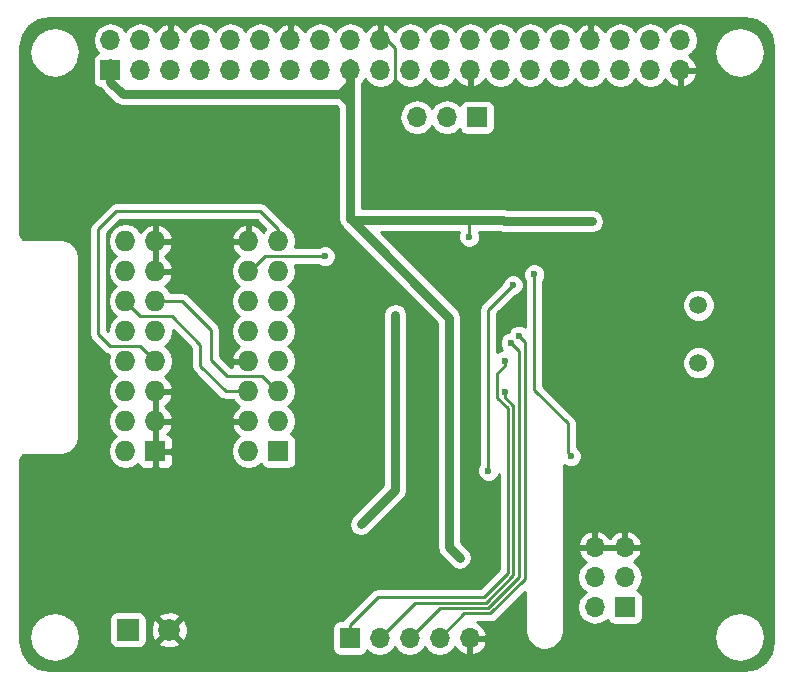
<source format=gbl>
G04 #@! TF.FileFunction,Copper,L2,Bot,Signal*
%FSLAX46Y46*%
G04 Gerber Fmt 4.6, Leading zero omitted, Abs format (unit mm)*
G04 Created by KiCad (PCBNEW 4.0.7-e2-6376~58~ubuntu16.04.1) date Sun May 27 17:23:26 2018*
%MOMM*%
%LPD*%
G01*
G04 APERTURE LIST*
%ADD10C,0.100000*%
%ADD11R,1.700000X1.700000*%
%ADD12O,1.700000X1.700000*%
%ADD13R,1.727200X1.727200*%
%ADD14O,1.727200X1.727200*%
%ADD15C,1.500000*%
%ADD16R,1.849120X1.849120*%
%ADD17C,1.849120*%
%ADD18C,0.600000*%
%ADD19C,0.254000*%
%ADD20C,0.762000*%
G04 APERTURE END LIST*
D10*
D11*
X132715000Y-56515000D03*
D12*
X132715000Y-53975000D03*
X135255000Y-56515000D03*
X135255000Y-53975000D03*
X137795000Y-56515000D03*
X137795000Y-53975000D03*
X140335000Y-56515000D03*
X140335000Y-53975000D03*
X142875000Y-56515000D03*
X142875000Y-53975000D03*
X145415000Y-56515000D03*
X145415000Y-53975000D03*
X147955000Y-56515000D03*
X147955000Y-53975000D03*
X150495000Y-56515000D03*
X150495000Y-53975000D03*
X153035000Y-56515000D03*
X153035000Y-53975000D03*
X155575000Y-56515000D03*
X155575000Y-53975000D03*
X158115000Y-56515000D03*
X158115000Y-53975000D03*
X160655000Y-56515000D03*
X160655000Y-53975000D03*
X163195000Y-56515000D03*
X163195000Y-53975000D03*
X165735000Y-56515000D03*
X165735000Y-53975000D03*
X168275000Y-56515000D03*
X168275000Y-53975000D03*
X170815000Y-56515000D03*
X170815000Y-53975000D03*
X173355000Y-56515000D03*
X173355000Y-53975000D03*
X175895000Y-56515000D03*
X175895000Y-53975000D03*
X178435000Y-56515000D03*
X178435000Y-53975000D03*
X180975000Y-56515000D03*
X180975000Y-53975000D03*
D13*
X136525000Y-88773000D03*
D14*
X133985000Y-88773000D03*
X136525000Y-86233000D03*
X133985000Y-86233000D03*
X136525000Y-83693000D03*
X133985000Y-83693000D03*
X136525000Y-81153000D03*
X133985000Y-81153000D03*
X136525000Y-78613000D03*
X133985000Y-78613000D03*
X136525000Y-76073000D03*
X133985000Y-76073000D03*
X136525000Y-73533000D03*
X133985000Y-73533000D03*
X136525000Y-70993000D03*
X133985000Y-70993000D03*
D13*
X146939000Y-88773000D03*
D14*
X144399000Y-88773000D03*
X146939000Y-86233000D03*
X144399000Y-86233000D03*
X146939000Y-83693000D03*
X144399000Y-83693000D03*
X146939000Y-81153000D03*
X144399000Y-81153000D03*
X146939000Y-78613000D03*
X144399000Y-78613000D03*
X146939000Y-76073000D03*
X144399000Y-76073000D03*
X146939000Y-73533000D03*
X144399000Y-73533000D03*
X146939000Y-70993000D03*
X144399000Y-70993000D03*
D11*
X176276000Y-101981000D03*
D12*
X173736000Y-101981000D03*
X176276000Y-99441000D03*
X173736000Y-99441000D03*
X176276000Y-96901000D03*
X173736000Y-96901000D03*
D15*
X182511700Y-81292700D03*
X182511700Y-76412700D03*
D11*
X163750000Y-60500000D03*
D12*
X161210000Y-60500000D03*
X158670000Y-60500000D03*
D16*
X134204960Y-103900000D03*
D17*
X137700000Y-103900000D03*
D11*
X152980000Y-104600000D03*
D12*
X155520000Y-104600000D03*
X158060000Y-104600000D03*
X160600000Y-104600000D03*
X163140000Y-104600000D03*
D18*
X185900000Y-85800000D03*
X183700000Y-83700000D03*
X185300000Y-79800000D03*
X185300000Y-77900000D03*
X178000000Y-85000000D03*
X152781000Y-90297000D03*
X152908000Y-78613000D03*
X158623000Y-71374000D03*
X161417000Y-81600000D03*
X163100000Y-70600000D03*
X173500000Y-69300000D03*
X162306000Y-97790000D03*
X166800000Y-74700000D03*
X164719000Y-90424000D03*
X150876000Y-72263000D03*
X153932270Y-94967730D03*
X156845000Y-88700000D03*
X156845000Y-77220000D03*
X168600000Y-73800000D03*
X171700000Y-89200000D03*
X167300000Y-79000000D03*
X166600000Y-79600000D03*
X166100000Y-81100000D03*
X166100000Y-83800000D03*
D19*
X155575000Y-53340000D02*
X156845000Y-54610000D01*
X156845000Y-54610000D02*
X156845000Y-60706000D01*
D20*
X161417000Y-96901000D02*
X161417000Y-81600000D01*
X161417000Y-81600000D02*
X161417000Y-79959200D01*
X166042000Y-69300000D02*
X173500000Y-69300000D01*
X163100000Y-69215000D02*
X165957000Y-69215000D01*
X153162000Y-69215000D02*
X163100000Y-69215000D01*
D19*
X163100000Y-69215000D02*
X163100000Y-70600000D01*
X166042000Y-69300000D02*
X165957000Y-69215000D01*
D20*
X153035000Y-69088000D02*
X153035000Y-59309000D01*
X153035000Y-59309000D02*
X153035000Y-55880000D01*
X152146000Y-58547000D02*
X152273000Y-58547000D01*
X152273000Y-58547000D02*
X153035000Y-59309000D01*
X153162000Y-69215000D02*
X153035000Y-69088000D01*
X152146000Y-58547000D02*
X153035000Y-57658000D01*
X153035000Y-57658000D02*
X153035000Y-55880000D01*
X133770000Y-58547000D02*
X152146000Y-58547000D01*
X132715000Y-55880000D02*
X132715000Y-57492000D01*
X132715000Y-57492000D02*
X133770000Y-58547000D01*
X161417000Y-79959200D02*
X161417000Y-77470000D01*
X161417000Y-77470000D02*
X153162000Y-69215000D01*
X162306000Y-97790000D02*
X161417000Y-96901000D01*
D19*
X164719000Y-80871000D02*
X164719000Y-76781000D01*
X164719000Y-76781000D02*
X166800000Y-74700000D01*
X164719000Y-90424000D02*
X164719000Y-80871000D01*
X146939000Y-70993000D02*
X146939000Y-69977000D01*
X135255000Y-79883000D02*
X136525000Y-81153000D01*
X132715000Y-79883000D02*
X135255000Y-79883000D01*
X131699000Y-78867000D02*
X132715000Y-79883000D01*
X131699000Y-69977000D02*
X131699000Y-78867000D01*
X133223000Y-68453000D02*
X131699000Y-69977000D01*
X145415000Y-68453000D02*
X133223000Y-68453000D01*
X146939000Y-69977000D02*
X145415000Y-68453000D01*
X146939000Y-83693000D02*
X146812000Y-83693000D01*
X146812000Y-83693000D02*
X145542000Y-82423000D01*
X145542000Y-82423000D02*
X142621000Y-82423000D01*
X142621000Y-82423000D02*
X141224000Y-81026000D01*
X141224000Y-81026000D02*
X141224000Y-78486000D01*
X141224000Y-78486000D02*
X138811000Y-76073000D01*
X138811000Y-76073000D02*
X136525000Y-76073000D01*
X144399000Y-83693000D02*
X142494000Y-83693000D01*
X135255000Y-77343000D02*
X133985000Y-76073000D01*
X137922000Y-77343000D02*
X135255000Y-77343000D01*
X140335000Y-79756000D02*
X137922000Y-77343000D01*
X140335000Y-81534000D02*
X140335000Y-79756000D01*
X142494000Y-83693000D02*
X140335000Y-81534000D01*
X145796000Y-72263000D02*
X144526000Y-73533000D01*
X150876000Y-72263000D02*
X145796000Y-72263000D01*
X144526000Y-73533000D02*
X144399000Y-73533000D01*
D20*
X156845000Y-88700000D02*
X156845000Y-92055000D01*
X156845000Y-77220000D02*
X156845000Y-88700000D01*
X156845000Y-92055000D02*
X153932270Y-94967730D01*
D19*
X168620000Y-75890000D02*
X168620000Y-73820000D01*
X168620000Y-73820000D02*
X168600000Y-73800000D01*
X171440000Y-86430000D02*
X171440000Y-88940000D01*
X171440000Y-88940000D02*
X171700000Y-89200000D01*
X171440000Y-86430000D02*
X168620000Y-83610000D01*
X168620000Y-83610000D02*
X168620000Y-75890000D01*
X167800000Y-99600000D02*
X167800000Y-79600000D01*
X167300000Y-79000000D02*
X167800000Y-79500000D01*
X167800000Y-79500000D02*
X167800000Y-79600000D01*
X160600000Y-104600000D02*
X162700000Y-102500000D01*
X162700000Y-102500000D02*
X164900000Y-102500000D01*
X164900000Y-102500000D02*
X167800000Y-99600000D01*
X167300000Y-80500000D02*
X167300000Y-99453408D01*
X167300000Y-80300000D02*
X167300000Y-80500000D01*
X166600000Y-79600000D02*
X167300000Y-80300000D01*
X167300000Y-99453408D02*
X164710618Y-102042790D01*
X164710618Y-102042790D02*
X160617210Y-102042790D01*
X160617210Y-102042790D02*
X158909999Y-103750001D01*
X158909999Y-103750001D02*
X158060000Y-104600000D01*
X164325038Y-101128370D02*
X155347630Y-101128370D01*
X155347630Y-101128370D02*
X152980000Y-103496000D01*
X152980000Y-103496000D02*
X152980000Y-104600000D01*
X166385580Y-99067828D02*
X164325038Y-101128370D01*
X166385580Y-85156436D02*
X166385580Y-99067828D01*
X166100000Y-81100000D02*
X166100000Y-81524264D01*
X166100000Y-81524264D02*
X165469799Y-82154465D01*
X165469799Y-82154465D02*
X165469799Y-84240655D01*
X165469799Y-84240655D02*
X166385580Y-85156436D01*
X164514420Y-101585580D02*
X158534420Y-101585580D01*
X158534420Y-101585580D02*
X155520000Y-104600000D01*
X166842790Y-84967054D02*
X166842790Y-99257210D01*
X166842790Y-99257210D02*
X164514420Y-101585580D01*
X166100000Y-83800000D02*
X166100000Y-84224264D01*
X166100000Y-84224264D02*
X166842790Y-84967054D01*
G36*
X187358336Y-52281228D02*
X188119906Y-52790094D01*
X188628772Y-53551666D01*
X188820000Y-54513037D01*
X188820000Y-104886963D01*
X188628772Y-105848334D01*
X188119906Y-106609906D01*
X187358336Y-107118772D01*
X186396963Y-107310000D01*
X127523037Y-107310000D01*
X126561666Y-107118772D01*
X125800094Y-106609906D01*
X125291228Y-105848336D01*
X125100000Y-104886963D01*
X125100000Y-104500000D01*
X125860000Y-104500000D01*
X126022898Y-105318943D01*
X126486791Y-106013209D01*
X127181057Y-106477102D01*
X128000000Y-106640000D01*
X128818943Y-106477102D01*
X129513209Y-106013209D01*
X129977102Y-105318943D01*
X130140000Y-104500000D01*
X129977102Y-103681057D01*
X129513209Y-102986791D01*
X129496222Y-102975440D01*
X132632960Y-102975440D01*
X132632960Y-104824560D01*
X132677238Y-105059877D01*
X132816310Y-105276001D01*
X133028510Y-105420991D01*
X133280400Y-105472000D01*
X135129520Y-105472000D01*
X135364837Y-105427722D01*
X135580961Y-105288650D01*
X135725951Y-105076450D01*
X135741850Y-104997938D01*
X136781667Y-104997938D01*
X136871086Y-105256968D01*
X137453472Y-105470887D01*
X138073391Y-105445652D01*
X138528914Y-105256968D01*
X138618333Y-104997938D01*
X137700000Y-104079605D01*
X136781667Y-104997938D01*
X135741850Y-104997938D01*
X135776960Y-104824560D01*
X135776960Y-103653472D01*
X136129113Y-103653472D01*
X136154348Y-104273391D01*
X136343032Y-104728914D01*
X136602062Y-104818333D01*
X137520395Y-103900000D01*
X137879605Y-103900000D01*
X138797938Y-104818333D01*
X139056968Y-104728914D01*
X139270887Y-104146528D01*
X139254746Y-103750000D01*
X151482560Y-103750000D01*
X151482560Y-105450000D01*
X151526838Y-105685317D01*
X151665910Y-105901441D01*
X151878110Y-106046431D01*
X152130000Y-106097440D01*
X153830000Y-106097440D01*
X154065317Y-106053162D01*
X154281441Y-105914090D01*
X154426431Y-105701890D01*
X154440086Y-105634459D01*
X154469946Y-105679147D01*
X154951715Y-106001054D01*
X155520000Y-106114093D01*
X156088285Y-106001054D01*
X156570054Y-105679147D01*
X156790000Y-105349974D01*
X157009946Y-105679147D01*
X157491715Y-106001054D01*
X158060000Y-106114093D01*
X158628285Y-106001054D01*
X159110054Y-105679147D01*
X159330000Y-105349974D01*
X159549946Y-105679147D01*
X160031715Y-106001054D01*
X160600000Y-106114093D01*
X161168285Y-106001054D01*
X161650054Y-105679147D01*
X161877702Y-105338447D01*
X161944817Y-105481358D01*
X162373076Y-105871645D01*
X162783110Y-106041476D01*
X163013000Y-105920155D01*
X163013000Y-104727000D01*
X163267000Y-104727000D01*
X163267000Y-105920155D01*
X163496890Y-106041476D01*
X163906924Y-105871645D01*
X164335183Y-105481358D01*
X164581486Y-104956892D01*
X164460819Y-104727000D01*
X163267000Y-104727000D01*
X163013000Y-104727000D01*
X162993000Y-104727000D01*
X162993000Y-104473000D01*
X163013000Y-104473000D01*
X163013000Y-104453000D01*
X163267000Y-104453000D01*
X163267000Y-104473000D01*
X164460819Y-104473000D01*
X164581486Y-104243108D01*
X164335183Y-103718642D01*
X163906924Y-103328355D01*
X163746719Y-103262000D01*
X164900000Y-103262000D01*
X165191605Y-103203996D01*
X165438815Y-103038815D01*
X167820000Y-100657631D01*
X167820000Y-103950000D01*
X167832297Y-104011822D01*
X167832297Y-104074857D01*
X167908417Y-104457540D01*
X167955375Y-104570907D01*
X168003979Y-104688248D01*
X168220752Y-105012671D01*
X168220753Y-105012672D01*
X168397328Y-105189248D01*
X168721752Y-105406021D01*
X168817314Y-105445604D01*
X168952460Y-105501583D01*
X169335143Y-105577703D01*
X169584857Y-105577703D01*
X169967540Y-105501583D01*
X170102686Y-105445604D01*
X170198248Y-105406021D01*
X170522671Y-105189248D01*
X170699247Y-105012673D01*
X170699248Y-105012672D01*
X170916021Y-104688248D01*
X170964625Y-104570907D01*
X170993995Y-104500000D01*
X183860000Y-104500000D01*
X184022898Y-105318943D01*
X184486791Y-106013209D01*
X185181057Y-106477102D01*
X186000000Y-106640000D01*
X186818943Y-106477102D01*
X187513209Y-106013209D01*
X187977102Y-105318943D01*
X188140000Y-104500000D01*
X187977102Y-103681057D01*
X187513209Y-102986791D01*
X186818943Y-102522898D01*
X186000000Y-102360000D01*
X185181057Y-102522898D01*
X184486791Y-102986791D01*
X184022898Y-103681057D01*
X183860000Y-104500000D01*
X170993995Y-104500000D01*
X171011583Y-104457540D01*
X171087703Y-104074857D01*
X171087703Y-104011822D01*
X171100000Y-103950000D01*
X171100000Y-99441000D01*
X172221907Y-99441000D01*
X172334946Y-100009285D01*
X172656853Y-100491054D01*
X172986026Y-100711000D01*
X172656853Y-100930946D01*
X172334946Y-101412715D01*
X172221907Y-101981000D01*
X172334946Y-102549285D01*
X172656853Y-103031054D01*
X173138622Y-103352961D01*
X173706907Y-103466000D01*
X173765093Y-103466000D01*
X174333378Y-103352961D01*
X174815147Y-103031054D01*
X174815971Y-103029821D01*
X174822838Y-103066317D01*
X174961910Y-103282441D01*
X175174110Y-103427431D01*
X175426000Y-103478440D01*
X177126000Y-103478440D01*
X177361317Y-103434162D01*
X177577441Y-103295090D01*
X177722431Y-103082890D01*
X177773440Y-102831000D01*
X177773440Y-101131000D01*
X177729162Y-100895683D01*
X177590090Y-100679559D01*
X177377890Y-100534569D01*
X177310459Y-100520914D01*
X177355147Y-100491054D01*
X177677054Y-100009285D01*
X177790093Y-99441000D01*
X177677054Y-98872715D01*
X177355147Y-98390946D01*
X177014447Y-98163298D01*
X177157358Y-98096183D01*
X177547645Y-97667924D01*
X177717476Y-97257890D01*
X177596155Y-97028000D01*
X176403000Y-97028000D01*
X176403000Y-97048000D01*
X176149000Y-97048000D01*
X176149000Y-97028000D01*
X173863000Y-97028000D01*
X173863000Y-97048000D01*
X173609000Y-97048000D01*
X173609000Y-97028000D01*
X172415845Y-97028000D01*
X172294524Y-97257890D01*
X172464355Y-97667924D01*
X172854642Y-98096183D01*
X172997553Y-98163298D01*
X172656853Y-98390946D01*
X172334946Y-98872715D01*
X172221907Y-99441000D01*
X171100000Y-99441000D01*
X171100000Y-96544110D01*
X172294524Y-96544110D01*
X172415845Y-96774000D01*
X173609000Y-96774000D01*
X173609000Y-95580181D01*
X173863000Y-95580181D01*
X173863000Y-96774000D01*
X176149000Y-96774000D01*
X176149000Y-95580181D01*
X176403000Y-95580181D01*
X176403000Y-96774000D01*
X177596155Y-96774000D01*
X177717476Y-96544110D01*
X177547645Y-96134076D01*
X177157358Y-95705817D01*
X176632892Y-95459514D01*
X176403000Y-95580181D01*
X176149000Y-95580181D01*
X175919108Y-95459514D01*
X175394642Y-95705817D01*
X175006000Y-96132271D01*
X174617358Y-95705817D01*
X174092892Y-95459514D01*
X173863000Y-95580181D01*
X173609000Y-95580181D01*
X173379108Y-95459514D01*
X172854642Y-95705817D01*
X172464355Y-96134076D01*
X172294524Y-96544110D01*
X171100000Y-96544110D01*
X171100000Y-89922397D01*
X171169673Y-89992192D01*
X171513201Y-90134838D01*
X171885167Y-90135162D01*
X172228943Y-89993117D01*
X172492192Y-89730327D01*
X172634838Y-89386799D01*
X172635162Y-89014833D01*
X172493117Y-88671057D01*
X172230327Y-88407808D01*
X172202000Y-88396046D01*
X172202000Y-86430000D01*
X172143996Y-86138395D01*
X171997024Y-85918436D01*
X171978815Y-85891184D01*
X169382000Y-83294370D01*
X169382000Y-81566985D01*
X181126460Y-81566985D01*
X181336869Y-82076215D01*
X181726136Y-82466161D01*
X182234998Y-82677459D01*
X182785985Y-82677940D01*
X183295215Y-82467531D01*
X183685161Y-82078264D01*
X183896459Y-81569402D01*
X183896940Y-81018415D01*
X183686531Y-80509185D01*
X183297264Y-80119239D01*
X182788402Y-79907941D01*
X182237415Y-79907460D01*
X181728185Y-80117869D01*
X181338239Y-80507136D01*
X181126941Y-81015998D01*
X181126460Y-81566985D01*
X169382000Y-81566985D01*
X169382000Y-76686985D01*
X181126460Y-76686985D01*
X181336869Y-77196215D01*
X181726136Y-77586161D01*
X182234998Y-77797459D01*
X182785985Y-77797940D01*
X183295215Y-77587531D01*
X183685161Y-77198264D01*
X183896459Y-76689402D01*
X183896940Y-76138415D01*
X183686531Y-75629185D01*
X183297264Y-75239239D01*
X182788402Y-75027941D01*
X182237415Y-75027460D01*
X181728185Y-75237869D01*
X181338239Y-75627136D01*
X181126941Y-76135998D01*
X181126460Y-76686985D01*
X169382000Y-76686985D01*
X169382000Y-74340501D01*
X169392192Y-74330327D01*
X169534838Y-73986799D01*
X169535162Y-73614833D01*
X169393117Y-73271057D01*
X169130327Y-73007808D01*
X168786799Y-72865162D01*
X168414833Y-72864838D01*
X168071057Y-73006883D01*
X167807808Y-73269673D01*
X167665162Y-73613201D01*
X167664838Y-73985167D01*
X167806883Y-74328943D01*
X167858000Y-74380149D01*
X167858000Y-78235529D01*
X167830327Y-78207808D01*
X167486799Y-78065162D01*
X167114833Y-78064838D01*
X166771057Y-78206883D01*
X166507808Y-78469673D01*
X166426764Y-78664848D01*
X166414833Y-78664838D01*
X166071057Y-78806883D01*
X165807808Y-79069673D01*
X165665162Y-79413201D01*
X165664838Y-79785167D01*
X165806883Y-80128943D01*
X165863775Y-80185935D01*
X165571057Y-80306883D01*
X165481000Y-80396783D01*
X165481000Y-77096630D01*
X166942506Y-75635125D01*
X166985167Y-75635162D01*
X167328943Y-75493117D01*
X167592192Y-75230327D01*
X167734838Y-74886799D01*
X167735162Y-74514833D01*
X167593117Y-74171057D01*
X167330327Y-73907808D01*
X166986799Y-73765162D01*
X166614833Y-73764838D01*
X166271057Y-73906883D01*
X166007808Y-74169673D01*
X165865162Y-74513201D01*
X165865124Y-74557246D01*
X164180185Y-76242185D01*
X164015004Y-76489395D01*
X163957000Y-76781000D01*
X163957000Y-89863534D01*
X163926808Y-89893673D01*
X163784162Y-90237201D01*
X163783838Y-90609167D01*
X163925883Y-90952943D01*
X164188673Y-91216192D01*
X164532201Y-91358838D01*
X164904167Y-91359162D01*
X165247943Y-91217117D01*
X165511192Y-90954327D01*
X165623580Y-90683668D01*
X165623580Y-98752197D01*
X164009408Y-100366370D01*
X155347630Y-100366370D01*
X155056025Y-100424374D01*
X154808814Y-100589555D01*
X152441185Y-102957185D01*
X152344048Y-103102560D01*
X152130000Y-103102560D01*
X151894683Y-103146838D01*
X151678559Y-103285910D01*
X151533569Y-103498110D01*
X151482560Y-103750000D01*
X139254746Y-103750000D01*
X139245652Y-103526609D01*
X139056968Y-103071086D01*
X138797938Y-102981667D01*
X137879605Y-103900000D01*
X137520395Y-103900000D01*
X136602062Y-102981667D01*
X136343032Y-103071086D01*
X136129113Y-103653472D01*
X135776960Y-103653472D01*
X135776960Y-102975440D01*
X135744337Y-102802062D01*
X136781667Y-102802062D01*
X137700000Y-103720395D01*
X138618333Y-102802062D01*
X138528914Y-102543032D01*
X137946528Y-102329113D01*
X137326609Y-102354348D01*
X136871086Y-102543032D01*
X136781667Y-102802062D01*
X135744337Y-102802062D01*
X135732682Y-102740123D01*
X135593610Y-102523999D01*
X135381410Y-102379009D01*
X135129520Y-102328000D01*
X133280400Y-102328000D01*
X133045083Y-102372278D01*
X132828959Y-102511350D01*
X132683969Y-102723550D01*
X132632960Y-102975440D01*
X129496222Y-102975440D01*
X128818943Y-102522898D01*
X128000000Y-102360000D01*
X127181057Y-102522898D01*
X126486791Y-102986791D01*
X126022898Y-103681057D01*
X125860000Y-104500000D01*
X125100000Y-104500000D01*
X125100000Y-94967730D01*
X152916271Y-94967730D01*
X152993608Y-95356537D01*
X153213850Y-95686150D01*
X153543463Y-95906392D01*
X153932270Y-95983729D01*
X154321077Y-95906392D01*
X154650690Y-95686150D01*
X157563420Y-92773421D01*
X157783661Y-92443807D01*
X157783662Y-92443806D01*
X157861000Y-92055000D01*
X157861000Y-77220000D01*
X157783662Y-76831194D01*
X157563420Y-76501580D01*
X157233806Y-76281338D01*
X156845000Y-76204000D01*
X156456194Y-76281338D01*
X156126580Y-76501580D01*
X155906338Y-76831194D01*
X155829000Y-77220000D01*
X155829000Y-91634159D01*
X153213850Y-94249310D01*
X152993608Y-94578923D01*
X152916271Y-94967730D01*
X125100000Y-94967730D01*
X125100000Y-89513035D01*
X125138987Y-89317033D01*
X125214308Y-89204307D01*
X125327032Y-89128987D01*
X125523035Y-89090000D01*
X128460000Y-89090000D01*
X128521822Y-89077703D01*
X128584857Y-89077703D01*
X128967540Y-89001583D01*
X129110278Y-88942459D01*
X129198248Y-88906021D01*
X129522671Y-88689248D01*
X129699247Y-88512673D01*
X129699248Y-88512672D01*
X129916021Y-88188248D01*
X129962988Y-88074858D01*
X130011583Y-87957540D01*
X130087703Y-87574857D01*
X130087703Y-87511822D01*
X130100000Y-87450000D01*
X130100000Y-72450000D01*
X130087703Y-72388178D01*
X130087703Y-72325143D01*
X130011583Y-71942460D01*
X129946282Y-71784809D01*
X129916021Y-71711752D01*
X129699248Y-71387328D01*
X129522672Y-71210753D01*
X129522671Y-71210752D01*
X129198248Y-70993979D01*
X129102686Y-70954396D01*
X128967540Y-70898417D01*
X128584857Y-70822297D01*
X128521822Y-70822297D01*
X128460000Y-70810000D01*
X125523035Y-70810000D01*
X125327032Y-70771013D01*
X125214308Y-70695693D01*
X125138987Y-70582967D01*
X125100000Y-70386965D01*
X125100000Y-69977000D01*
X130937000Y-69977000D01*
X130937000Y-78867000D01*
X130995004Y-79158605D01*
X131119005Y-79344185D01*
X131160185Y-79405815D01*
X132176185Y-80421815D01*
X132423395Y-80586996D01*
X132586685Y-80619476D01*
X132486400Y-81123641D01*
X132486400Y-81182359D01*
X132600474Y-81755848D01*
X132925330Y-82242029D01*
X133196172Y-82423000D01*
X132925330Y-82603971D01*
X132600474Y-83090152D01*
X132486400Y-83663641D01*
X132486400Y-83722359D01*
X132600474Y-84295848D01*
X132925330Y-84782029D01*
X133196172Y-84963000D01*
X132925330Y-85143971D01*
X132600474Y-85630152D01*
X132486400Y-86203641D01*
X132486400Y-86262359D01*
X132600474Y-86835848D01*
X132925330Y-87322029D01*
X133196172Y-87503000D01*
X132925330Y-87683971D01*
X132600474Y-88170152D01*
X132486400Y-88743641D01*
X132486400Y-88802359D01*
X132600474Y-89375848D01*
X132925330Y-89862029D01*
X133411511Y-90186885D01*
X133985000Y-90300959D01*
X134558489Y-90186885D01*
X135044670Y-89862029D01*
X135058737Y-89840977D01*
X135123073Y-89996298D01*
X135301701Y-90174927D01*
X135535090Y-90271600D01*
X136239250Y-90271600D01*
X136398000Y-90112850D01*
X136398000Y-88900000D01*
X136652000Y-88900000D01*
X136652000Y-90112850D01*
X136810750Y-90271600D01*
X137514910Y-90271600D01*
X137748299Y-90174927D01*
X137926927Y-89996298D01*
X138023600Y-89762909D01*
X138023600Y-89058750D01*
X137864850Y-88900000D01*
X136652000Y-88900000D01*
X136398000Y-88900000D01*
X136378000Y-88900000D01*
X136378000Y-88646000D01*
X136398000Y-88646000D01*
X136398000Y-86360000D01*
X136652000Y-86360000D01*
X136652000Y-88646000D01*
X137864850Y-88646000D01*
X138023600Y-88487250D01*
X138023600Y-87783091D01*
X137926927Y-87549702D01*
X137748299Y-87371073D01*
X137548881Y-87288471D01*
X137731821Y-87121490D01*
X137979968Y-86592027D01*
X137859469Y-86360000D01*
X136652000Y-86360000D01*
X136398000Y-86360000D01*
X136378000Y-86360000D01*
X136378000Y-86106000D01*
X136398000Y-86106000D01*
X136398000Y-83820000D01*
X136652000Y-83820000D01*
X136652000Y-86106000D01*
X137859469Y-86106000D01*
X137979968Y-85873973D01*
X137731821Y-85344510D01*
X137313848Y-84963000D01*
X137731821Y-84581490D01*
X137979968Y-84052027D01*
X137859469Y-83820000D01*
X136652000Y-83820000D01*
X136398000Y-83820000D01*
X136378000Y-83820000D01*
X136378000Y-83566000D01*
X136398000Y-83566000D01*
X136398000Y-83546000D01*
X136652000Y-83546000D01*
X136652000Y-83566000D01*
X137859469Y-83566000D01*
X137979968Y-83333973D01*
X137731821Y-82804510D01*
X137313839Y-82422992D01*
X137584670Y-82242029D01*
X137909526Y-81755848D01*
X138023600Y-81182359D01*
X138023600Y-81123641D01*
X137909526Y-80550152D01*
X137584670Y-80063971D01*
X137313828Y-79883000D01*
X137584670Y-79702029D01*
X137909526Y-79215848D01*
X138023600Y-78642359D01*
X138023600Y-78583641D01*
X138008352Y-78506982D01*
X139573000Y-80071631D01*
X139573000Y-81534000D01*
X139631004Y-81825605D01*
X139771026Y-82035162D01*
X139796185Y-82072815D01*
X141955185Y-84231815D01*
X142202395Y-84396996D01*
X142494000Y-84455000D01*
X143120816Y-84455000D01*
X143339330Y-84782029D01*
X143610161Y-84962992D01*
X143192179Y-85344510D01*
X142944032Y-85873973D01*
X143064531Y-86106000D01*
X144272000Y-86106000D01*
X144272000Y-86086000D01*
X144526000Y-86086000D01*
X144526000Y-86106000D01*
X144546000Y-86106000D01*
X144546000Y-86360000D01*
X144526000Y-86360000D01*
X144526000Y-86380000D01*
X144272000Y-86380000D01*
X144272000Y-86360000D01*
X143064531Y-86360000D01*
X142944032Y-86592027D01*
X143192179Y-87121490D01*
X143610161Y-87503008D01*
X143339330Y-87683971D01*
X143014474Y-88170152D01*
X142900400Y-88743641D01*
X142900400Y-88802359D01*
X143014474Y-89375848D01*
X143339330Y-89862029D01*
X143825511Y-90186885D01*
X144399000Y-90300959D01*
X144972489Y-90186885D01*
X145458670Y-89862029D01*
X145467805Y-89848358D01*
X145472238Y-89871917D01*
X145611310Y-90088041D01*
X145823510Y-90233031D01*
X146075400Y-90284040D01*
X147802600Y-90284040D01*
X148037917Y-90239762D01*
X148254041Y-90100690D01*
X148399031Y-89888490D01*
X148450040Y-89636600D01*
X148450040Y-87909400D01*
X148405762Y-87674083D01*
X148266690Y-87457959D01*
X148054490Y-87312969D01*
X148010655Y-87304092D01*
X148323526Y-86835848D01*
X148437600Y-86262359D01*
X148437600Y-86203641D01*
X148323526Y-85630152D01*
X147998670Y-85143971D01*
X147727828Y-84963000D01*
X147998670Y-84782029D01*
X148323526Y-84295848D01*
X148437600Y-83722359D01*
X148437600Y-83663641D01*
X148323526Y-83090152D01*
X147998670Y-82603971D01*
X147727828Y-82423000D01*
X147998670Y-82242029D01*
X148323526Y-81755848D01*
X148437600Y-81182359D01*
X148437600Y-81123641D01*
X148323526Y-80550152D01*
X147998670Y-80063971D01*
X147727828Y-79883000D01*
X147998670Y-79702029D01*
X148323526Y-79215848D01*
X148437600Y-78642359D01*
X148437600Y-78583641D01*
X148323526Y-78010152D01*
X147998670Y-77523971D01*
X147727828Y-77343000D01*
X147998670Y-77162029D01*
X148323526Y-76675848D01*
X148437600Y-76102359D01*
X148437600Y-76043641D01*
X148323526Y-75470152D01*
X147998670Y-74983971D01*
X147727828Y-74803000D01*
X147998670Y-74622029D01*
X148323526Y-74135848D01*
X148437600Y-73562359D01*
X148437600Y-73503641D01*
X148342392Y-73025000D01*
X150315534Y-73025000D01*
X150345673Y-73055192D01*
X150689201Y-73197838D01*
X151061167Y-73198162D01*
X151404943Y-73056117D01*
X151668192Y-72793327D01*
X151810838Y-72449799D01*
X151811162Y-72077833D01*
X151669117Y-71734057D01*
X151406327Y-71470808D01*
X151062799Y-71328162D01*
X150690833Y-71327838D01*
X150347057Y-71469883D01*
X150315886Y-71501000D01*
X148342392Y-71501000D01*
X148437600Y-71022359D01*
X148437600Y-70963641D01*
X148323526Y-70390152D01*
X147998670Y-69903971D01*
X147619967Y-69650929D01*
X147477815Y-69438184D01*
X145953815Y-67914185D01*
X145706605Y-67749004D01*
X145415000Y-67691000D01*
X133223000Y-67691000D01*
X132931395Y-67749004D01*
X132684184Y-67914185D01*
X131160186Y-69438184D01*
X131160185Y-69438185D01*
X130995004Y-69685395D01*
X130937000Y-69977000D01*
X125100000Y-69977000D01*
X125100000Y-55000000D01*
X125860000Y-55000000D01*
X126022898Y-55818943D01*
X126486791Y-56513209D01*
X127181057Y-56977102D01*
X128000000Y-57140000D01*
X128818943Y-56977102D01*
X129513209Y-56513209D01*
X129977102Y-55818943D01*
X130007723Y-55665000D01*
X131217560Y-55665000D01*
X131217560Y-57365000D01*
X131261838Y-57600317D01*
X131400910Y-57816441D01*
X131613110Y-57961431D01*
X131864182Y-58012274D01*
X131996580Y-58210420D01*
X133051579Y-59265420D01*
X133250164Y-59398110D01*
X133381194Y-59485662D01*
X133770000Y-59563000D01*
X151852160Y-59563000D01*
X152019000Y-59729841D01*
X152019000Y-69088000D01*
X152083507Y-69412300D01*
X152096338Y-69476807D01*
X152316580Y-69806420D01*
X152443579Y-69933420D01*
X152443582Y-69933422D01*
X160401000Y-77890841D01*
X160401000Y-96901000D01*
X160465507Y-97225300D01*
X160478338Y-97289807D01*
X160698580Y-97619420D01*
X161587580Y-98508421D01*
X161917193Y-98728662D01*
X162306000Y-98805999D01*
X162694807Y-98728662D01*
X163024421Y-98508421D01*
X163244662Y-98178807D01*
X163321999Y-97790000D01*
X163244662Y-97401193D01*
X163024421Y-97071580D01*
X162433000Y-96480160D01*
X162433000Y-77470000D01*
X162355662Y-77081194D01*
X162355662Y-77081193D01*
X162135421Y-76751580D01*
X155614840Y-70231000D01*
X162240819Y-70231000D01*
X162165162Y-70413201D01*
X162164838Y-70785167D01*
X162306883Y-71128943D01*
X162569673Y-71392192D01*
X162913201Y-71534838D01*
X163285167Y-71535162D01*
X163628943Y-71393117D01*
X163892192Y-71130327D01*
X164034838Y-70786799D01*
X164035162Y-70414833D01*
X163959204Y-70231000D01*
X165641727Y-70231000D01*
X165653194Y-70238662D01*
X166042000Y-70316000D01*
X173500000Y-70316000D01*
X173888806Y-70238662D01*
X174218420Y-70018420D01*
X174438662Y-69688806D01*
X174516000Y-69300000D01*
X174438662Y-68911194D01*
X174218420Y-68581580D01*
X173888806Y-68361338D01*
X173500000Y-68284000D01*
X166357273Y-68284000D01*
X166345806Y-68276338D01*
X165957000Y-68199000D01*
X154051000Y-68199000D01*
X154051000Y-60470907D01*
X157185000Y-60470907D01*
X157185000Y-60529093D01*
X157298039Y-61097378D01*
X157619946Y-61579147D01*
X158101715Y-61901054D01*
X158670000Y-62014093D01*
X159238285Y-61901054D01*
X159720054Y-61579147D01*
X159940000Y-61249974D01*
X160159946Y-61579147D01*
X160641715Y-61901054D01*
X161210000Y-62014093D01*
X161778285Y-61901054D01*
X162260054Y-61579147D01*
X162287850Y-61537548D01*
X162296838Y-61585317D01*
X162435910Y-61801441D01*
X162648110Y-61946431D01*
X162900000Y-61997440D01*
X164600000Y-61997440D01*
X164835317Y-61953162D01*
X165051441Y-61814090D01*
X165196431Y-61601890D01*
X165247440Y-61350000D01*
X165247440Y-59650000D01*
X165203162Y-59414683D01*
X165064090Y-59198559D01*
X164851890Y-59053569D01*
X164600000Y-59002560D01*
X162900000Y-59002560D01*
X162664683Y-59046838D01*
X162448559Y-59185910D01*
X162303569Y-59398110D01*
X162289914Y-59465541D01*
X162260054Y-59420853D01*
X161778285Y-59098946D01*
X161210000Y-58985907D01*
X160641715Y-59098946D01*
X160159946Y-59420853D01*
X159940000Y-59750026D01*
X159720054Y-59420853D01*
X159238285Y-59098946D01*
X158670000Y-58985907D01*
X158101715Y-59098946D01*
X157619946Y-59420853D01*
X157298039Y-59902622D01*
X157185000Y-60470907D01*
X154051000Y-60470907D01*
X154051000Y-57616901D01*
X154085054Y-57594147D01*
X154305000Y-57264974D01*
X154524946Y-57594147D01*
X155006715Y-57916054D01*
X155575000Y-58029093D01*
X156143285Y-57916054D01*
X156625054Y-57594147D01*
X156845000Y-57264974D01*
X157064946Y-57594147D01*
X157546715Y-57916054D01*
X158115000Y-58029093D01*
X158683285Y-57916054D01*
X159165054Y-57594147D01*
X159385000Y-57264974D01*
X159604946Y-57594147D01*
X160086715Y-57916054D01*
X160655000Y-58029093D01*
X161223285Y-57916054D01*
X161705054Y-57594147D01*
X161932702Y-57253447D01*
X161999817Y-57396358D01*
X162428076Y-57786645D01*
X162838110Y-57956476D01*
X163068000Y-57835155D01*
X163068000Y-56642000D01*
X163048000Y-56642000D01*
X163048000Y-56388000D01*
X163068000Y-56388000D01*
X163068000Y-56368000D01*
X163322000Y-56368000D01*
X163322000Y-56388000D01*
X163342000Y-56388000D01*
X163342000Y-56642000D01*
X163322000Y-56642000D01*
X163322000Y-57835155D01*
X163551890Y-57956476D01*
X163961924Y-57786645D01*
X164390183Y-57396358D01*
X164457298Y-57253447D01*
X164684946Y-57594147D01*
X165166715Y-57916054D01*
X165735000Y-58029093D01*
X166303285Y-57916054D01*
X166785054Y-57594147D01*
X167005000Y-57264974D01*
X167224946Y-57594147D01*
X167706715Y-57916054D01*
X168275000Y-58029093D01*
X168843285Y-57916054D01*
X169325054Y-57594147D01*
X169545000Y-57264974D01*
X169764946Y-57594147D01*
X170246715Y-57916054D01*
X170815000Y-58029093D01*
X171383285Y-57916054D01*
X171865054Y-57594147D01*
X172085000Y-57264974D01*
X172304946Y-57594147D01*
X172786715Y-57916054D01*
X173355000Y-58029093D01*
X173923285Y-57916054D01*
X174405054Y-57594147D01*
X174625000Y-57264974D01*
X174844946Y-57594147D01*
X175326715Y-57916054D01*
X175895000Y-58029093D01*
X176463285Y-57916054D01*
X176945054Y-57594147D01*
X177165000Y-57264974D01*
X177384946Y-57594147D01*
X177866715Y-57916054D01*
X178435000Y-58029093D01*
X179003285Y-57916054D01*
X179485054Y-57594147D01*
X179712702Y-57253447D01*
X179779817Y-57396358D01*
X180208076Y-57786645D01*
X180618110Y-57956476D01*
X180848000Y-57835155D01*
X180848000Y-56642000D01*
X181102000Y-56642000D01*
X181102000Y-57835155D01*
X181331890Y-57956476D01*
X181741924Y-57786645D01*
X182170183Y-57396358D01*
X182416486Y-56871892D01*
X182295819Y-56642000D01*
X181102000Y-56642000D01*
X180848000Y-56642000D01*
X180828000Y-56642000D01*
X180828000Y-56388000D01*
X180848000Y-56388000D01*
X180848000Y-56368000D01*
X181102000Y-56368000D01*
X181102000Y-56388000D01*
X182295819Y-56388000D01*
X182416486Y-56158108D01*
X182170183Y-55633642D01*
X181741924Y-55243355D01*
X181741899Y-55243345D01*
X182025054Y-55054147D01*
X182061233Y-55000000D01*
X183860000Y-55000000D01*
X184022898Y-55818943D01*
X184486791Y-56513209D01*
X185181057Y-56977102D01*
X186000000Y-57140000D01*
X186818943Y-56977102D01*
X187513209Y-56513209D01*
X187977102Y-55818943D01*
X188140000Y-55000000D01*
X187977102Y-54181057D01*
X187513209Y-53486791D01*
X186818943Y-53022898D01*
X186000000Y-52860000D01*
X185181057Y-53022898D01*
X184486791Y-53486791D01*
X184022898Y-54181057D01*
X183860000Y-55000000D01*
X182061233Y-55000000D01*
X182346961Y-54572378D01*
X182460000Y-54004093D01*
X182460000Y-53945907D01*
X182346961Y-53377622D01*
X182025054Y-52895853D01*
X181543285Y-52573946D01*
X180975000Y-52460907D01*
X180406715Y-52573946D01*
X179924946Y-52895853D01*
X179705000Y-53225026D01*
X179485054Y-52895853D01*
X179003285Y-52573946D01*
X178435000Y-52460907D01*
X177866715Y-52573946D01*
X177384946Y-52895853D01*
X177165000Y-53225026D01*
X176945054Y-52895853D01*
X176463285Y-52573946D01*
X175895000Y-52460907D01*
X175326715Y-52573946D01*
X174844946Y-52895853D01*
X174617298Y-53236553D01*
X174550183Y-53093642D01*
X174121924Y-52703355D01*
X173711890Y-52533524D01*
X173482000Y-52654845D01*
X173482000Y-53848000D01*
X173502000Y-53848000D01*
X173502000Y-54102000D01*
X173482000Y-54102000D01*
X173482000Y-54122000D01*
X173228000Y-54122000D01*
X173228000Y-54102000D01*
X173208000Y-54102000D01*
X173208000Y-53848000D01*
X173228000Y-53848000D01*
X173228000Y-52654845D01*
X172998110Y-52533524D01*
X172588076Y-52703355D01*
X172159817Y-53093642D01*
X172092702Y-53236553D01*
X171865054Y-52895853D01*
X171383285Y-52573946D01*
X170815000Y-52460907D01*
X170246715Y-52573946D01*
X169764946Y-52895853D01*
X169545000Y-53225026D01*
X169325054Y-52895853D01*
X168843285Y-52573946D01*
X168275000Y-52460907D01*
X167706715Y-52573946D01*
X167224946Y-52895853D01*
X167005000Y-53225026D01*
X166785054Y-52895853D01*
X166303285Y-52573946D01*
X165735000Y-52460907D01*
X165166715Y-52573946D01*
X164684946Y-52895853D01*
X164465000Y-53225026D01*
X164245054Y-52895853D01*
X163763285Y-52573946D01*
X163195000Y-52460907D01*
X162626715Y-52573946D01*
X162144946Y-52895853D01*
X161925000Y-53225026D01*
X161705054Y-52895853D01*
X161223285Y-52573946D01*
X160655000Y-52460907D01*
X160086715Y-52573946D01*
X159604946Y-52895853D01*
X159385000Y-53225026D01*
X159165054Y-52895853D01*
X158683285Y-52573946D01*
X158115000Y-52460907D01*
X157546715Y-52573946D01*
X157064946Y-52895853D01*
X156837298Y-53236553D01*
X156770183Y-53093642D01*
X156341924Y-52703355D01*
X155931890Y-52533524D01*
X155702000Y-52654845D01*
X155702000Y-53848000D01*
X155722000Y-53848000D01*
X155722000Y-54102000D01*
X155702000Y-54102000D01*
X155702000Y-54122000D01*
X155448000Y-54122000D01*
X155448000Y-54102000D01*
X155428000Y-54102000D01*
X155428000Y-53848000D01*
X155448000Y-53848000D01*
X155448000Y-52654845D01*
X155218110Y-52533524D01*
X154808076Y-52703355D01*
X154379817Y-53093642D01*
X154312702Y-53236553D01*
X154085054Y-52895853D01*
X153603285Y-52573946D01*
X153035000Y-52460907D01*
X152466715Y-52573946D01*
X151984946Y-52895853D01*
X151765000Y-53225026D01*
X151545054Y-52895853D01*
X151063285Y-52573946D01*
X150495000Y-52460907D01*
X149926715Y-52573946D01*
X149444946Y-52895853D01*
X149217298Y-53236553D01*
X149150183Y-53093642D01*
X148721924Y-52703355D01*
X148311890Y-52533524D01*
X148082000Y-52654845D01*
X148082000Y-53848000D01*
X148102000Y-53848000D01*
X148102000Y-54102000D01*
X148082000Y-54102000D01*
X148082000Y-54122000D01*
X147828000Y-54122000D01*
X147828000Y-54102000D01*
X147808000Y-54102000D01*
X147808000Y-53848000D01*
X147828000Y-53848000D01*
X147828000Y-52654845D01*
X147598110Y-52533524D01*
X147188076Y-52703355D01*
X146759817Y-53093642D01*
X146692702Y-53236553D01*
X146465054Y-52895853D01*
X145983285Y-52573946D01*
X145415000Y-52460907D01*
X144846715Y-52573946D01*
X144364946Y-52895853D01*
X144145000Y-53225026D01*
X143925054Y-52895853D01*
X143443285Y-52573946D01*
X142875000Y-52460907D01*
X142306715Y-52573946D01*
X141824946Y-52895853D01*
X141605000Y-53225026D01*
X141385054Y-52895853D01*
X140903285Y-52573946D01*
X140335000Y-52460907D01*
X139766715Y-52573946D01*
X139284946Y-52895853D01*
X139057298Y-53236553D01*
X138990183Y-53093642D01*
X138561924Y-52703355D01*
X138151890Y-52533524D01*
X137922000Y-52654845D01*
X137922000Y-53848000D01*
X137942000Y-53848000D01*
X137942000Y-54102000D01*
X137922000Y-54102000D01*
X137922000Y-54122000D01*
X137668000Y-54122000D01*
X137668000Y-54102000D01*
X137648000Y-54102000D01*
X137648000Y-53848000D01*
X137668000Y-53848000D01*
X137668000Y-52654845D01*
X137438110Y-52533524D01*
X137028076Y-52703355D01*
X136599817Y-53093642D01*
X136532702Y-53236553D01*
X136305054Y-52895853D01*
X135823285Y-52573946D01*
X135255000Y-52460907D01*
X134686715Y-52573946D01*
X134204946Y-52895853D01*
X133985000Y-53225026D01*
X133765054Y-52895853D01*
X133283285Y-52573946D01*
X132715000Y-52460907D01*
X132146715Y-52573946D01*
X131664946Y-52895853D01*
X131343039Y-53377622D01*
X131230000Y-53945907D01*
X131230000Y-54004093D01*
X131343039Y-54572378D01*
X131664946Y-55054147D01*
X131666179Y-55054971D01*
X131629683Y-55061838D01*
X131413559Y-55200910D01*
X131268569Y-55413110D01*
X131217560Y-55665000D01*
X130007723Y-55665000D01*
X130140000Y-55000000D01*
X129977102Y-54181057D01*
X129513209Y-53486791D01*
X128818943Y-53022898D01*
X128000000Y-52860000D01*
X127181057Y-53022898D01*
X126486791Y-53486791D01*
X126022898Y-54181057D01*
X125860000Y-55000000D01*
X125100000Y-55000000D01*
X125100000Y-54513037D01*
X125291228Y-53551664D01*
X125800094Y-52790094D01*
X126561666Y-52281228D01*
X127523037Y-52090000D01*
X186396963Y-52090000D01*
X187358336Y-52281228D01*
X187358336Y-52281228D01*
G37*
X187358336Y-52281228D02*
X188119906Y-52790094D01*
X188628772Y-53551666D01*
X188820000Y-54513037D01*
X188820000Y-104886963D01*
X188628772Y-105848334D01*
X188119906Y-106609906D01*
X187358336Y-107118772D01*
X186396963Y-107310000D01*
X127523037Y-107310000D01*
X126561666Y-107118772D01*
X125800094Y-106609906D01*
X125291228Y-105848336D01*
X125100000Y-104886963D01*
X125100000Y-104500000D01*
X125860000Y-104500000D01*
X126022898Y-105318943D01*
X126486791Y-106013209D01*
X127181057Y-106477102D01*
X128000000Y-106640000D01*
X128818943Y-106477102D01*
X129513209Y-106013209D01*
X129977102Y-105318943D01*
X130140000Y-104500000D01*
X129977102Y-103681057D01*
X129513209Y-102986791D01*
X129496222Y-102975440D01*
X132632960Y-102975440D01*
X132632960Y-104824560D01*
X132677238Y-105059877D01*
X132816310Y-105276001D01*
X133028510Y-105420991D01*
X133280400Y-105472000D01*
X135129520Y-105472000D01*
X135364837Y-105427722D01*
X135580961Y-105288650D01*
X135725951Y-105076450D01*
X135741850Y-104997938D01*
X136781667Y-104997938D01*
X136871086Y-105256968D01*
X137453472Y-105470887D01*
X138073391Y-105445652D01*
X138528914Y-105256968D01*
X138618333Y-104997938D01*
X137700000Y-104079605D01*
X136781667Y-104997938D01*
X135741850Y-104997938D01*
X135776960Y-104824560D01*
X135776960Y-103653472D01*
X136129113Y-103653472D01*
X136154348Y-104273391D01*
X136343032Y-104728914D01*
X136602062Y-104818333D01*
X137520395Y-103900000D01*
X137879605Y-103900000D01*
X138797938Y-104818333D01*
X139056968Y-104728914D01*
X139270887Y-104146528D01*
X139254746Y-103750000D01*
X151482560Y-103750000D01*
X151482560Y-105450000D01*
X151526838Y-105685317D01*
X151665910Y-105901441D01*
X151878110Y-106046431D01*
X152130000Y-106097440D01*
X153830000Y-106097440D01*
X154065317Y-106053162D01*
X154281441Y-105914090D01*
X154426431Y-105701890D01*
X154440086Y-105634459D01*
X154469946Y-105679147D01*
X154951715Y-106001054D01*
X155520000Y-106114093D01*
X156088285Y-106001054D01*
X156570054Y-105679147D01*
X156790000Y-105349974D01*
X157009946Y-105679147D01*
X157491715Y-106001054D01*
X158060000Y-106114093D01*
X158628285Y-106001054D01*
X159110054Y-105679147D01*
X159330000Y-105349974D01*
X159549946Y-105679147D01*
X160031715Y-106001054D01*
X160600000Y-106114093D01*
X161168285Y-106001054D01*
X161650054Y-105679147D01*
X161877702Y-105338447D01*
X161944817Y-105481358D01*
X162373076Y-105871645D01*
X162783110Y-106041476D01*
X163013000Y-105920155D01*
X163013000Y-104727000D01*
X163267000Y-104727000D01*
X163267000Y-105920155D01*
X163496890Y-106041476D01*
X163906924Y-105871645D01*
X164335183Y-105481358D01*
X164581486Y-104956892D01*
X164460819Y-104727000D01*
X163267000Y-104727000D01*
X163013000Y-104727000D01*
X162993000Y-104727000D01*
X162993000Y-104473000D01*
X163013000Y-104473000D01*
X163013000Y-104453000D01*
X163267000Y-104453000D01*
X163267000Y-104473000D01*
X164460819Y-104473000D01*
X164581486Y-104243108D01*
X164335183Y-103718642D01*
X163906924Y-103328355D01*
X163746719Y-103262000D01*
X164900000Y-103262000D01*
X165191605Y-103203996D01*
X165438815Y-103038815D01*
X167820000Y-100657631D01*
X167820000Y-103950000D01*
X167832297Y-104011822D01*
X167832297Y-104074857D01*
X167908417Y-104457540D01*
X167955375Y-104570907D01*
X168003979Y-104688248D01*
X168220752Y-105012671D01*
X168220753Y-105012672D01*
X168397328Y-105189248D01*
X168721752Y-105406021D01*
X168817314Y-105445604D01*
X168952460Y-105501583D01*
X169335143Y-105577703D01*
X169584857Y-105577703D01*
X169967540Y-105501583D01*
X170102686Y-105445604D01*
X170198248Y-105406021D01*
X170522671Y-105189248D01*
X170699247Y-105012673D01*
X170699248Y-105012672D01*
X170916021Y-104688248D01*
X170964625Y-104570907D01*
X170993995Y-104500000D01*
X183860000Y-104500000D01*
X184022898Y-105318943D01*
X184486791Y-106013209D01*
X185181057Y-106477102D01*
X186000000Y-106640000D01*
X186818943Y-106477102D01*
X187513209Y-106013209D01*
X187977102Y-105318943D01*
X188140000Y-104500000D01*
X187977102Y-103681057D01*
X187513209Y-102986791D01*
X186818943Y-102522898D01*
X186000000Y-102360000D01*
X185181057Y-102522898D01*
X184486791Y-102986791D01*
X184022898Y-103681057D01*
X183860000Y-104500000D01*
X170993995Y-104500000D01*
X171011583Y-104457540D01*
X171087703Y-104074857D01*
X171087703Y-104011822D01*
X171100000Y-103950000D01*
X171100000Y-99441000D01*
X172221907Y-99441000D01*
X172334946Y-100009285D01*
X172656853Y-100491054D01*
X172986026Y-100711000D01*
X172656853Y-100930946D01*
X172334946Y-101412715D01*
X172221907Y-101981000D01*
X172334946Y-102549285D01*
X172656853Y-103031054D01*
X173138622Y-103352961D01*
X173706907Y-103466000D01*
X173765093Y-103466000D01*
X174333378Y-103352961D01*
X174815147Y-103031054D01*
X174815971Y-103029821D01*
X174822838Y-103066317D01*
X174961910Y-103282441D01*
X175174110Y-103427431D01*
X175426000Y-103478440D01*
X177126000Y-103478440D01*
X177361317Y-103434162D01*
X177577441Y-103295090D01*
X177722431Y-103082890D01*
X177773440Y-102831000D01*
X177773440Y-101131000D01*
X177729162Y-100895683D01*
X177590090Y-100679559D01*
X177377890Y-100534569D01*
X177310459Y-100520914D01*
X177355147Y-100491054D01*
X177677054Y-100009285D01*
X177790093Y-99441000D01*
X177677054Y-98872715D01*
X177355147Y-98390946D01*
X177014447Y-98163298D01*
X177157358Y-98096183D01*
X177547645Y-97667924D01*
X177717476Y-97257890D01*
X177596155Y-97028000D01*
X176403000Y-97028000D01*
X176403000Y-97048000D01*
X176149000Y-97048000D01*
X176149000Y-97028000D01*
X173863000Y-97028000D01*
X173863000Y-97048000D01*
X173609000Y-97048000D01*
X173609000Y-97028000D01*
X172415845Y-97028000D01*
X172294524Y-97257890D01*
X172464355Y-97667924D01*
X172854642Y-98096183D01*
X172997553Y-98163298D01*
X172656853Y-98390946D01*
X172334946Y-98872715D01*
X172221907Y-99441000D01*
X171100000Y-99441000D01*
X171100000Y-96544110D01*
X172294524Y-96544110D01*
X172415845Y-96774000D01*
X173609000Y-96774000D01*
X173609000Y-95580181D01*
X173863000Y-95580181D01*
X173863000Y-96774000D01*
X176149000Y-96774000D01*
X176149000Y-95580181D01*
X176403000Y-95580181D01*
X176403000Y-96774000D01*
X177596155Y-96774000D01*
X177717476Y-96544110D01*
X177547645Y-96134076D01*
X177157358Y-95705817D01*
X176632892Y-95459514D01*
X176403000Y-95580181D01*
X176149000Y-95580181D01*
X175919108Y-95459514D01*
X175394642Y-95705817D01*
X175006000Y-96132271D01*
X174617358Y-95705817D01*
X174092892Y-95459514D01*
X173863000Y-95580181D01*
X173609000Y-95580181D01*
X173379108Y-95459514D01*
X172854642Y-95705817D01*
X172464355Y-96134076D01*
X172294524Y-96544110D01*
X171100000Y-96544110D01*
X171100000Y-89922397D01*
X171169673Y-89992192D01*
X171513201Y-90134838D01*
X171885167Y-90135162D01*
X172228943Y-89993117D01*
X172492192Y-89730327D01*
X172634838Y-89386799D01*
X172635162Y-89014833D01*
X172493117Y-88671057D01*
X172230327Y-88407808D01*
X172202000Y-88396046D01*
X172202000Y-86430000D01*
X172143996Y-86138395D01*
X171997024Y-85918436D01*
X171978815Y-85891184D01*
X169382000Y-83294370D01*
X169382000Y-81566985D01*
X181126460Y-81566985D01*
X181336869Y-82076215D01*
X181726136Y-82466161D01*
X182234998Y-82677459D01*
X182785985Y-82677940D01*
X183295215Y-82467531D01*
X183685161Y-82078264D01*
X183896459Y-81569402D01*
X183896940Y-81018415D01*
X183686531Y-80509185D01*
X183297264Y-80119239D01*
X182788402Y-79907941D01*
X182237415Y-79907460D01*
X181728185Y-80117869D01*
X181338239Y-80507136D01*
X181126941Y-81015998D01*
X181126460Y-81566985D01*
X169382000Y-81566985D01*
X169382000Y-76686985D01*
X181126460Y-76686985D01*
X181336869Y-77196215D01*
X181726136Y-77586161D01*
X182234998Y-77797459D01*
X182785985Y-77797940D01*
X183295215Y-77587531D01*
X183685161Y-77198264D01*
X183896459Y-76689402D01*
X183896940Y-76138415D01*
X183686531Y-75629185D01*
X183297264Y-75239239D01*
X182788402Y-75027941D01*
X182237415Y-75027460D01*
X181728185Y-75237869D01*
X181338239Y-75627136D01*
X181126941Y-76135998D01*
X181126460Y-76686985D01*
X169382000Y-76686985D01*
X169382000Y-74340501D01*
X169392192Y-74330327D01*
X169534838Y-73986799D01*
X169535162Y-73614833D01*
X169393117Y-73271057D01*
X169130327Y-73007808D01*
X168786799Y-72865162D01*
X168414833Y-72864838D01*
X168071057Y-73006883D01*
X167807808Y-73269673D01*
X167665162Y-73613201D01*
X167664838Y-73985167D01*
X167806883Y-74328943D01*
X167858000Y-74380149D01*
X167858000Y-78235529D01*
X167830327Y-78207808D01*
X167486799Y-78065162D01*
X167114833Y-78064838D01*
X166771057Y-78206883D01*
X166507808Y-78469673D01*
X166426764Y-78664848D01*
X166414833Y-78664838D01*
X166071057Y-78806883D01*
X165807808Y-79069673D01*
X165665162Y-79413201D01*
X165664838Y-79785167D01*
X165806883Y-80128943D01*
X165863775Y-80185935D01*
X165571057Y-80306883D01*
X165481000Y-80396783D01*
X165481000Y-77096630D01*
X166942506Y-75635125D01*
X166985167Y-75635162D01*
X167328943Y-75493117D01*
X167592192Y-75230327D01*
X167734838Y-74886799D01*
X167735162Y-74514833D01*
X167593117Y-74171057D01*
X167330327Y-73907808D01*
X166986799Y-73765162D01*
X166614833Y-73764838D01*
X166271057Y-73906883D01*
X166007808Y-74169673D01*
X165865162Y-74513201D01*
X165865124Y-74557246D01*
X164180185Y-76242185D01*
X164015004Y-76489395D01*
X163957000Y-76781000D01*
X163957000Y-89863534D01*
X163926808Y-89893673D01*
X163784162Y-90237201D01*
X163783838Y-90609167D01*
X163925883Y-90952943D01*
X164188673Y-91216192D01*
X164532201Y-91358838D01*
X164904167Y-91359162D01*
X165247943Y-91217117D01*
X165511192Y-90954327D01*
X165623580Y-90683668D01*
X165623580Y-98752197D01*
X164009408Y-100366370D01*
X155347630Y-100366370D01*
X155056025Y-100424374D01*
X154808814Y-100589555D01*
X152441185Y-102957185D01*
X152344048Y-103102560D01*
X152130000Y-103102560D01*
X151894683Y-103146838D01*
X151678559Y-103285910D01*
X151533569Y-103498110D01*
X151482560Y-103750000D01*
X139254746Y-103750000D01*
X139245652Y-103526609D01*
X139056968Y-103071086D01*
X138797938Y-102981667D01*
X137879605Y-103900000D01*
X137520395Y-103900000D01*
X136602062Y-102981667D01*
X136343032Y-103071086D01*
X136129113Y-103653472D01*
X135776960Y-103653472D01*
X135776960Y-102975440D01*
X135744337Y-102802062D01*
X136781667Y-102802062D01*
X137700000Y-103720395D01*
X138618333Y-102802062D01*
X138528914Y-102543032D01*
X137946528Y-102329113D01*
X137326609Y-102354348D01*
X136871086Y-102543032D01*
X136781667Y-102802062D01*
X135744337Y-102802062D01*
X135732682Y-102740123D01*
X135593610Y-102523999D01*
X135381410Y-102379009D01*
X135129520Y-102328000D01*
X133280400Y-102328000D01*
X133045083Y-102372278D01*
X132828959Y-102511350D01*
X132683969Y-102723550D01*
X132632960Y-102975440D01*
X129496222Y-102975440D01*
X128818943Y-102522898D01*
X128000000Y-102360000D01*
X127181057Y-102522898D01*
X126486791Y-102986791D01*
X126022898Y-103681057D01*
X125860000Y-104500000D01*
X125100000Y-104500000D01*
X125100000Y-94967730D01*
X152916271Y-94967730D01*
X152993608Y-95356537D01*
X153213850Y-95686150D01*
X153543463Y-95906392D01*
X153932270Y-95983729D01*
X154321077Y-95906392D01*
X154650690Y-95686150D01*
X157563420Y-92773421D01*
X157783661Y-92443807D01*
X157783662Y-92443806D01*
X157861000Y-92055000D01*
X157861000Y-77220000D01*
X157783662Y-76831194D01*
X157563420Y-76501580D01*
X157233806Y-76281338D01*
X156845000Y-76204000D01*
X156456194Y-76281338D01*
X156126580Y-76501580D01*
X155906338Y-76831194D01*
X155829000Y-77220000D01*
X155829000Y-91634159D01*
X153213850Y-94249310D01*
X152993608Y-94578923D01*
X152916271Y-94967730D01*
X125100000Y-94967730D01*
X125100000Y-89513035D01*
X125138987Y-89317033D01*
X125214308Y-89204307D01*
X125327032Y-89128987D01*
X125523035Y-89090000D01*
X128460000Y-89090000D01*
X128521822Y-89077703D01*
X128584857Y-89077703D01*
X128967540Y-89001583D01*
X129110278Y-88942459D01*
X129198248Y-88906021D01*
X129522671Y-88689248D01*
X129699247Y-88512673D01*
X129699248Y-88512672D01*
X129916021Y-88188248D01*
X129962988Y-88074858D01*
X130011583Y-87957540D01*
X130087703Y-87574857D01*
X130087703Y-87511822D01*
X130100000Y-87450000D01*
X130100000Y-72450000D01*
X130087703Y-72388178D01*
X130087703Y-72325143D01*
X130011583Y-71942460D01*
X129946282Y-71784809D01*
X129916021Y-71711752D01*
X129699248Y-71387328D01*
X129522672Y-71210753D01*
X129522671Y-71210752D01*
X129198248Y-70993979D01*
X129102686Y-70954396D01*
X128967540Y-70898417D01*
X128584857Y-70822297D01*
X128521822Y-70822297D01*
X128460000Y-70810000D01*
X125523035Y-70810000D01*
X125327032Y-70771013D01*
X125214308Y-70695693D01*
X125138987Y-70582967D01*
X125100000Y-70386965D01*
X125100000Y-69977000D01*
X130937000Y-69977000D01*
X130937000Y-78867000D01*
X130995004Y-79158605D01*
X131119005Y-79344185D01*
X131160185Y-79405815D01*
X132176185Y-80421815D01*
X132423395Y-80586996D01*
X132586685Y-80619476D01*
X132486400Y-81123641D01*
X132486400Y-81182359D01*
X132600474Y-81755848D01*
X132925330Y-82242029D01*
X133196172Y-82423000D01*
X132925330Y-82603971D01*
X132600474Y-83090152D01*
X132486400Y-83663641D01*
X132486400Y-83722359D01*
X132600474Y-84295848D01*
X132925330Y-84782029D01*
X133196172Y-84963000D01*
X132925330Y-85143971D01*
X132600474Y-85630152D01*
X132486400Y-86203641D01*
X132486400Y-86262359D01*
X132600474Y-86835848D01*
X132925330Y-87322029D01*
X133196172Y-87503000D01*
X132925330Y-87683971D01*
X132600474Y-88170152D01*
X132486400Y-88743641D01*
X132486400Y-88802359D01*
X132600474Y-89375848D01*
X132925330Y-89862029D01*
X133411511Y-90186885D01*
X133985000Y-90300959D01*
X134558489Y-90186885D01*
X135044670Y-89862029D01*
X135058737Y-89840977D01*
X135123073Y-89996298D01*
X135301701Y-90174927D01*
X135535090Y-90271600D01*
X136239250Y-90271600D01*
X136398000Y-90112850D01*
X136398000Y-88900000D01*
X136652000Y-88900000D01*
X136652000Y-90112850D01*
X136810750Y-90271600D01*
X137514910Y-90271600D01*
X137748299Y-90174927D01*
X137926927Y-89996298D01*
X138023600Y-89762909D01*
X138023600Y-89058750D01*
X137864850Y-88900000D01*
X136652000Y-88900000D01*
X136398000Y-88900000D01*
X136378000Y-88900000D01*
X136378000Y-88646000D01*
X136398000Y-88646000D01*
X136398000Y-86360000D01*
X136652000Y-86360000D01*
X136652000Y-88646000D01*
X137864850Y-88646000D01*
X138023600Y-88487250D01*
X138023600Y-87783091D01*
X137926927Y-87549702D01*
X137748299Y-87371073D01*
X137548881Y-87288471D01*
X137731821Y-87121490D01*
X137979968Y-86592027D01*
X137859469Y-86360000D01*
X136652000Y-86360000D01*
X136398000Y-86360000D01*
X136378000Y-86360000D01*
X136378000Y-86106000D01*
X136398000Y-86106000D01*
X136398000Y-83820000D01*
X136652000Y-83820000D01*
X136652000Y-86106000D01*
X137859469Y-86106000D01*
X137979968Y-85873973D01*
X137731821Y-85344510D01*
X137313848Y-84963000D01*
X137731821Y-84581490D01*
X137979968Y-84052027D01*
X137859469Y-83820000D01*
X136652000Y-83820000D01*
X136398000Y-83820000D01*
X136378000Y-83820000D01*
X136378000Y-83566000D01*
X136398000Y-83566000D01*
X136398000Y-83546000D01*
X136652000Y-83546000D01*
X136652000Y-83566000D01*
X137859469Y-83566000D01*
X137979968Y-83333973D01*
X137731821Y-82804510D01*
X137313839Y-82422992D01*
X137584670Y-82242029D01*
X137909526Y-81755848D01*
X138023600Y-81182359D01*
X138023600Y-81123641D01*
X137909526Y-80550152D01*
X137584670Y-80063971D01*
X137313828Y-79883000D01*
X137584670Y-79702029D01*
X137909526Y-79215848D01*
X138023600Y-78642359D01*
X138023600Y-78583641D01*
X138008352Y-78506982D01*
X139573000Y-80071631D01*
X139573000Y-81534000D01*
X139631004Y-81825605D01*
X139771026Y-82035162D01*
X139796185Y-82072815D01*
X141955185Y-84231815D01*
X142202395Y-84396996D01*
X142494000Y-84455000D01*
X143120816Y-84455000D01*
X143339330Y-84782029D01*
X143610161Y-84962992D01*
X143192179Y-85344510D01*
X142944032Y-85873973D01*
X143064531Y-86106000D01*
X144272000Y-86106000D01*
X144272000Y-86086000D01*
X144526000Y-86086000D01*
X144526000Y-86106000D01*
X144546000Y-86106000D01*
X144546000Y-86360000D01*
X144526000Y-86360000D01*
X144526000Y-86380000D01*
X144272000Y-86380000D01*
X144272000Y-86360000D01*
X143064531Y-86360000D01*
X142944032Y-86592027D01*
X143192179Y-87121490D01*
X143610161Y-87503008D01*
X143339330Y-87683971D01*
X143014474Y-88170152D01*
X142900400Y-88743641D01*
X142900400Y-88802359D01*
X143014474Y-89375848D01*
X143339330Y-89862029D01*
X143825511Y-90186885D01*
X144399000Y-90300959D01*
X144972489Y-90186885D01*
X145458670Y-89862029D01*
X145467805Y-89848358D01*
X145472238Y-89871917D01*
X145611310Y-90088041D01*
X145823510Y-90233031D01*
X146075400Y-90284040D01*
X147802600Y-90284040D01*
X148037917Y-90239762D01*
X148254041Y-90100690D01*
X148399031Y-89888490D01*
X148450040Y-89636600D01*
X148450040Y-87909400D01*
X148405762Y-87674083D01*
X148266690Y-87457959D01*
X148054490Y-87312969D01*
X148010655Y-87304092D01*
X148323526Y-86835848D01*
X148437600Y-86262359D01*
X148437600Y-86203641D01*
X148323526Y-85630152D01*
X147998670Y-85143971D01*
X147727828Y-84963000D01*
X147998670Y-84782029D01*
X148323526Y-84295848D01*
X148437600Y-83722359D01*
X148437600Y-83663641D01*
X148323526Y-83090152D01*
X147998670Y-82603971D01*
X147727828Y-82423000D01*
X147998670Y-82242029D01*
X148323526Y-81755848D01*
X148437600Y-81182359D01*
X148437600Y-81123641D01*
X148323526Y-80550152D01*
X147998670Y-80063971D01*
X147727828Y-79883000D01*
X147998670Y-79702029D01*
X148323526Y-79215848D01*
X148437600Y-78642359D01*
X148437600Y-78583641D01*
X148323526Y-78010152D01*
X147998670Y-77523971D01*
X147727828Y-77343000D01*
X147998670Y-77162029D01*
X148323526Y-76675848D01*
X148437600Y-76102359D01*
X148437600Y-76043641D01*
X148323526Y-75470152D01*
X147998670Y-74983971D01*
X147727828Y-74803000D01*
X147998670Y-74622029D01*
X148323526Y-74135848D01*
X148437600Y-73562359D01*
X148437600Y-73503641D01*
X148342392Y-73025000D01*
X150315534Y-73025000D01*
X150345673Y-73055192D01*
X150689201Y-73197838D01*
X151061167Y-73198162D01*
X151404943Y-73056117D01*
X151668192Y-72793327D01*
X151810838Y-72449799D01*
X151811162Y-72077833D01*
X151669117Y-71734057D01*
X151406327Y-71470808D01*
X151062799Y-71328162D01*
X150690833Y-71327838D01*
X150347057Y-71469883D01*
X150315886Y-71501000D01*
X148342392Y-71501000D01*
X148437600Y-71022359D01*
X148437600Y-70963641D01*
X148323526Y-70390152D01*
X147998670Y-69903971D01*
X147619967Y-69650929D01*
X147477815Y-69438184D01*
X145953815Y-67914185D01*
X145706605Y-67749004D01*
X145415000Y-67691000D01*
X133223000Y-67691000D01*
X132931395Y-67749004D01*
X132684184Y-67914185D01*
X131160186Y-69438184D01*
X131160185Y-69438185D01*
X130995004Y-69685395D01*
X130937000Y-69977000D01*
X125100000Y-69977000D01*
X125100000Y-55000000D01*
X125860000Y-55000000D01*
X126022898Y-55818943D01*
X126486791Y-56513209D01*
X127181057Y-56977102D01*
X128000000Y-57140000D01*
X128818943Y-56977102D01*
X129513209Y-56513209D01*
X129977102Y-55818943D01*
X130007723Y-55665000D01*
X131217560Y-55665000D01*
X131217560Y-57365000D01*
X131261838Y-57600317D01*
X131400910Y-57816441D01*
X131613110Y-57961431D01*
X131864182Y-58012274D01*
X131996580Y-58210420D01*
X133051579Y-59265420D01*
X133250164Y-59398110D01*
X133381194Y-59485662D01*
X133770000Y-59563000D01*
X151852160Y-59563000D01*
X152019000Y-59729841D01*
X152019000Y-69088000D01*
X152083507Y-69412300D01*
X152096338Y-69476807D01*
X152316580Y-69806420D01*
X152443579Y-69933420D01*
X152443582Y-69933422D01*
X160401000Y-77890841D01*
X160401000Y-96901000D01*
X160465507Y-97225300D01*
X160478338Y-97289807D01*
X160698580Y-97619420D01*
X161587580Y-98508421D01*
X161917193Y-98728662D01*
X162306000Y-98805999D01*
X162694807Y-98728662D01*
X163024421Y-98508421D01*
X163244662Y-98178807D01*
X163321999Y-97790000D01*
X163244662Y-97401193D01*
X163024421Y-97071580D01*
X162433000Y-96480160D01*
X162433000Y-77470000D01*
X162355662Y-77081194D01*
X162355662Y-77081193D01*
X162135421Y-76751580D01*
X155614840Y-70231000D01*
X162240819Y-70231000D01*
X162165162Y-70413201D01*
X162164838Y-70785167D01*
X162306883Y-71128943D01*
X162569673Y-71392192D01*
X162913201Y-71534838D01*
X163285167Y-71535162D01*
X163628943Y-71393117D01*
X163892192Y-71130327D01*
X164034838Y-70786799D01*
X164035162Y-70414833D01*
X163959204Y-70231000D01*
X165641727Y-70231000D01*
X165653194Y-70238662D01*
X166042000Y-70316000D01*
X173500000Y-70316000D01*
X173888806Y-70238662D01*
X174218420Y-70018420D01*
X174438662Y-69688806D01*
X174516000Y-69300000D01*
X174438662Y-68911194D01*
X174218420Y-68581580D01*
X173888806Y-68361338D01*
X173500000Y-68284000D01*
X166357273Y-68284000D01*
X166345806Y-68276338D01*
X165957000Y-68199000D01*
X154051000Y-68199000D01*
X154051000Y-60470907D01*
X157185000Y-60470907D01*
X157185000Y-60529093D01*
X157298039Y-61097378D01*
X157619946Y-61579147D01*
X158101715Y-61901054D01*
X158670000Y-62014093D01*
X159238285Y-61901054D01*
X159720054Y-61579147D01*
X159940000Y-61249974D01*
X160159946Y-61579147D01*
X160641715Y-61901054D01*
X161210000Y-62014093D01*
X161778285Y-61901054D01*
X162260054Y-61579147D01*
X162287850Y-61537548D01*
X162296838Y-61585317D01*
X162435910Y-61801441D01*
X162648110Y-61946431D01*
X162900000Y-61997440D01*
X164600000Y-61997440D01*
X164835317Y-61953162D01*
X165051441Y-61814090D01*
X165196431Y-61601890D01*
X165247440Y-61350000D01*
X165247440Y-59650000D01*
X165203162Y-59414683D01*
X165064090Y-59198559D01*
X164851890Y-59053569D01*
X164600000Y-59002560D01*
X162900000Y-59002560D01*
X162664683Y-59046838D01*
X162448559Y-59185910D01*
X162303569Y-59398110D01*
X162289914Y-59465541D01*
X162260054Y-59420853D01*
X161778285Y-59098946D01*
X161210000Y-58985907D01*
X160641715Y-59098946D01*
X160159946Y-59420853D01*
X159940000Y-59750026D01*
X159720054Y-59420853D01*
X159238285Y-59098946D01*
X158670000Y-58985907D01*
X158101715Y-59098946D01*
X157619946Y-59420853D01*
X157298039Y-59902622D01*
X157185000Y-60470907D01*
X154051000Y-60470907D01*
X154051000Y-57616901D01*
X154085054Y-57594147D01*
X154305000Y-57264974D01*
X154524946Y-57594147D01*
X155006715Y-57916054D01*
X155575000Y-58029093D01*
X156143285Y-57916054D01*
X156625054Y-57594147D01*
X156845000Y-57264974D01*
X157064946Y-57594147D01*
X157546715Y-57916054D01*
X158115000Y-58029093D01*
X158683285Y-57916054D01*
X159165054Y-57594147D01*
X159385000Y-57264974D01*
X159604946Y-57594147D01*
X160086715Y-57916054D01*
X160655000Y-58029093D01*
X161223285Y-57916054D01*
X161705054Y-57594147D01*
X161932702Y-57253447D01*
X161999817Y-57396358D01*
X162428076Y-57786645D01*
X162838110Y-57956476D01*
X163068000Y-57835155D01*
X163068000Y-56642000D01*
X163048000Y-56642000D01*
X163048000Y-56388000D01*
X163068000Y-56388000D01*
X163068000Y-56368000D01*
X163322000Y-56368000D01*
X163322000Y-56388000D01*
X163342000Y-56388000D01*
X163342000Y-56642000D01*
X163322000Y-56642000D01*
X163322000Y-57835155D01*
X163551890Y-57956476D01*
X163961924Y-57786645D01*
X164390183Y-57396358D01*
X164457298Y-57253447D01*
X164684946Y-57594147D01*
X165166715Y-57916054D01*
X165735000Y-58029093D01*
X166303285Y-57916054D01*
X166785054Y-57594147D01*
X167005000Y-57264974D01*
X167224946Y-57594147D01*
X167706715Y-57916054D01*
X168275000Y-58029093D01*
X168843285Y-57916054D01*
X169325054Y-57594147D01*
X169545000Y-57264974D01*
X169764946Y-57594147D01*
X170246715Y-57916054D01*
X170815000Y-58029093D01*
X171383285Y-57916054D01*
X171865054Y-57594147D01*
X172085000Y-57264974D01*
X172304946Y-57594147D01*
X172786715Y-57916054D01*
X173355000Y-58029093D01*
X173923285Y-57916054D01*
X174405054Y-57594147D01*
X174625000Y-57264974D01*
X174844946Y-57594147D01*
X175326715Y-57916054D01*
X175895000Y-58029093D01*
X176463285Y-57916054D01*
X176945054Y-57594147D01*
X177165000Y-57264974D01*
X177384946Y-57594147D01*
X177866715Y-57916054D01*
X178435000Y-58029093D01*
X179003285Y-57916054D01*
X179485054Y-57594147D01*
X179712702Y-57253447D01*
X179779817Y-57396358D01*
X180208076Y-57786645D01*
X180618110Y-57956476D01*
X180848000Y-57835155D01*
X180848000Y-56642000D01*
X181102000Y-56642000D01*
X181102000Y-57835155D01*
X181331890Y-57956476D01*
X181741924Y-57786645D01*
X182170183Y-57396358D01*
X182416486Y-56871892D01*
X182295819Y-56642000D01*
X181102000Y-56642000D01*
X180848000Y-56642000D01*
X180828000Y-56642000D01*
X180828000Y-56388000D01*
X180848000Y-56388000D01*
X180848000Y-56368000D01*
X181102000Y-56368000D01*
X181102000Y-56388000D01*
X182295819Y-56388000D01*
X182416486Y-56158108D01*
X182170183Y-55633642D01*
X181741924Y-55243355D01*
X181741899Y-55243345D01*
X182025054Y-55054147D01*
X182061233Y-55000000D01*
X183860000Y-55000000D01*
X184022898Y-55818943D01*
X184486791Y-56513209D01*
X185181057Y-56977102D01*
X186000000Y-57140000D01*
X186818943Y-56977102D01*
X187513209Y-56513209D01*
X187977102Y-55818943D01*
X188140000Y-55000000D01*
X187977102Y-54181057D01*
X187513209Y-53486791D01*
X186818943Y-53022898D01*
X186000000Y-52860000D01*
X185181057Y-53022898D01*
X184486791Y-53486791D01*
X184022898Y-54181057D01*
X183860000Y-55000000D01*
X182061233Y-55000000D01*
X182346961Y-54572378D01*
X182460000Y-54004093D01*
X182460000Y-53945907D01*
X182346961Y-53377622D01*
X182025054Y-52895853D01*
X181543285Y-52573946D01*
X180975000Y-52460907D01*
X180406715Y-52573946D01*
X179924946Y-52895853D01*
X179705000Y-53225026D01*
X179485054Y-52895853D01*
X179003285Y-52573946D01*
X178435000Y-52460907D01*
X177866715Y-52573946D01*
X177384946Y-52895853D01*
X177165000Y-53225026D01*
X176945054Y-52895853D01*
X176463285Y-52573946D01*
X175895000Y-52460907D01*
X175326715Y-52573946D01*
X174844946Y-52895853D01*
X174617298Y-53236553D01*
X174550183Y-53093642D01*
X174121924Y-52703355D01*
X173711890Y-52533524D01*
X173482000Y-52654845D01*
X173482000Y-53848000D01*
X173502000Y-53848000D01*
X173502000Y-54102000D01*
X173482000Y-54102000D01*
X173482000Y-54122000D01*
X173228000Y-54122000D01*
X173228000Y-54102000D01*
X173208000Y-54102000D01*
X173208000Y-53848000D01*
X173228000Y-53848000D01*
X173228000Y-52654845D01*
X172998110Y-52533524D01*
X172588076Y-52703355D01*
X172159817Y-53093642D01*
X172092702Y-53236553D01*
X171865054Y-52895853D01*
X171383285Y-52573946D01*
X170815000Y-52460907D01*
X170246715Y-52573946D01*
X169764946Y-52895853D01*
X169545000Y-53225026D01*
X169325054Y-52895853D01*
X168843285Y-52573946D01*
X168275000Y-52460907D01*
X167706715Y-52573946D01*
X167224946Y-52895853D01*
X167005000Y-53225026D01*
X166785054Y-52895853D01*
X166303285Y-52573946D01*
X165735000Y-52460907D01*
X165166715Y-52573946D01*
X164684946Y-52895853D01*
X164465000Y-53225026D01*
X164245054Y-52895853D01*
X163763285Y-52573946D01*
X163195000Y-52460907D01*
X162626715Y-52573946D01*
X162144946Y-52895853D01*
X161925000Y-53225026D01*
X161705054Y-52895853D01*
X161223285Y-52573946D01*
X160655000Y-52460907D01*
X160086715Y-52573946D01*
X159604946Y-52895853D01*
X159385000Y-53225026D01*
X159165054Y-52895853D01*
X158683285Y-52573946D01*
X158115000Y-52460907D01*
X157546715Y-52573946D01*
X157064946Y-52895853D01*
X156837298Y-53236553D01*
X156770183Y-53093642D01*
X156341924Y-52703355D01*
X155931890Y-52533524D01*
X155702000Y-52654845D01*
X155702000Y-53848000D01*
X155722000Y-53848000D01*
X155722000Y-54102000D01*
X155702000Y-54102000D01*
X155702000Y-54122000D01*
X155448000Y-54122000D01*
X155448000Y-54102000D01*
X155428000Y-54102000D01*
X155428000Y-53848000D01*
X155448000Y-53848000D01*
X155448000Y-52654845D01*
X155218110Y-52533524D01*
X154808076Y-52703355D01*
X154379817Y-53093642D01*
X154312702Y-53236553D01*
X154085054Y-52895853D01*
X153603285Y-52573946D01*
X153035000Y-52460907D01*
X152466715Y-52573946D01*
X151984946Y-52895853D01*
X151765000Y-53225026D01*
X151545054Y-52895853D01*
X151063285Y-52573946D01*
X150495000Y-52460907D01*
X149926715Y-52573946D01*
X149444946Y-52895853D01*
X149217298Y-53236553D01*
X149150183Y-53093642D01*
X148721924Y-52703355D01*
X148311890Y-52533524D01*
X148082000Y-52654845D01*
X148082000Y-53848000D01*
X148102000Y-53848000D01*
X148102000Y-54102000D01*
X148082000Y-54102000D01*
X148082000Y-54122000D01*
X147828000Y-54122000D01*
X147828000Y-54102000D01*
X147808000Y-54102000D01*
X147808000Y-53848000D01*
X147828000Y-53848000D01*
X147828000Y-52654845D01*
X147598110Y-52533524D01*
X147188076Y-52703355D01*
X146759817Y-53093642D01*
X146692702Y-53236553D01*
X146465054Y-52895853D01*
X145983285Y-52573946D01*
X145415000Y-52460907D01*
X144846715Y-52573946D01*
X144364946Y-52895853D01*
X144145000Y-53225026D01*
X143925054Y-52895853D01*
X143443285Y-52573946D01*
X142875000Y-52460907D01*
X142306715Y-52573946D01*
X141824946Y-52895853D01*
X141605000Y-53225026D01*
X141385054Y-52895853D01*
X140903285Y-52573946D01*
X140335000Y-52460907D01*
X139766715Y-52573946D01*
X139284946Y-52895853D01*
X139057298Y-53236553D01*
X138990183Y-53093642D01*
X138561924Y-52703355D01*
X138151890Y-52533524D01*
X137922000Y-52654845D01*
X137922000Y-53848000D01*
X137942000Y-53848000D01*
X137942000Y-54102000D01*
X137922000Y-54102000D01*
X137922000Y-54122000D01*
X137668000Y-54122000D01*
X137668000Y-54102000D01*
X137648000Y-54102000D01*
X137648000Y-53848000D01*
X137668000Y-53848000D01*
X137668000Y-52654845D01*
X137438110Y-52533524D01*
X137028076Y-52703355D01*
X136599817Y-53093642D01*
X136532702Y-53236553D01*
X136305054Y-52895853D01*
X135823285Y-52573946D01*
X135255000Y-52460907D01*
X134686715Y-52573946D01*
X134204946Y-52895853D01*
X133985000Y-53225026D01*
X133765054Y-52895853D01*
X133283285Y-52573946D01*
X132715000Y-52460907D01*
X132146715Y-52573946D01*
X131664946Y-52895853D01*
X131343039Y-53377622D01*
X131230000Y-53945907D01*
X131230000Y-54004093D01*
X131343039Y-54572378D01*
X131664946Y-55054147D01*
X131666179Y-55054971D01*
X131629683Y-55061838D01*
X131413559Y-55200910D01*
X131268569Y-55413110D01*
X131217560Y-55665000D01*
X130007723Y-55665000D01*
X130140000Y-55000000D01*
X129977102Y-54181057D01*
X129513209Y-53486791D01*
X128818943Y-53022898D01*
X128000000Y-52860000D01*
X127181057Y-53022898D01*
X126486791Y-53486791D01*
X126022898Y-54181057D01*
X125860000Y-55000000D01*
X125100000Y-55000000D01*
X125100000Y-54513037D01*
X125291228Y-53551664D01*
X125800094Y-52790094D01*
X126561666Y-52281228D01*
X127523037Y-52090000D01*
X186396963Y-52090000D01*
X187358336Y-52281228D01*
G36*
X143002000Y-56388000D02*
X143022000Y-56388000D01*
X143022000Y-56642000D01*
X143002000Y-56642000D01*
X143002000Y-56662000D01*
X142748000Y-56662000D01*
X142748000Y-56642000D01*
X142728000Y-56642000D01*
X142728000Y-56388000D01*
X142748000Y-56388000D01*
X142748000Y-56368000D01*
X143002000Y-56368000D01*
X143002000Y-56388000D01*
X143002000Y-56388000D01*
G37*
X143002000Y-56388000D02*
X143022000Y-56388000D01*
X143022000Y-56642000D01*
X143002000Y-56642000D01*
X143002000Y-56662000D01*
X142748000Y-56662000D01*
X142748000Y-56642000D01*
X142728000Y-56642000D01*
X142728000Y-56388000D01*
X142748000Y-56388000D01*
X142748000Y-56368000D01*
X143002000Y-56368000D01*
X143002000Y-56388000D01*
G36*
X145842885Y-69958515D02*
X145663336Y-70227228D01*
X145605821Y-70104510D01*
X145173947Y-69710312D01*
X144758026Y-69538042D01*
X144526000Y-69659183D01*
X144526000Y-70866000D01*
X144546000Y-70866000D01*
X144546000Y-71120000D01*
X144526000Y-71120000D01*
X144526000Y-71140000D01*
X144272000Y-71140000D01*
X144272000Y-71120000D01*
X143064531Y-71120000D01*
X142944032Y-71352027D01*
X143192179Y-71881490D01*
X143610161Y-72263008D01*
X143339330Y-72443971D01*
X143014474Y-72930152D01*
X142900400Y-73503641D01*
X142900400Y-73562359D01*
X143014474Y-74135848D01*
X143339330Y-74622029D01*
X143610172Y-74803000D01*
X143339330Y-74983971D01*
X143014474Y-75470152D01*
X142900400Y-76043641D01*
X142900400Y-76102359D01*
X143014474Y-76675848D01*
X143339330Y-77162029D01*
X143610172Y-77343000D01*
X143339330Y-77523971D01*
X143014474Y-78010152D01*
X142900400Y-78583641D01*
X142900400Y-78642359D01*
X143014474Y-79215848D01*
X143339330Y-79702029D01*
X143610161Y-79882992D01*
X143192179Y-80264510D01*
X142944032Y-80793973D01*
X143064531Y-81026000D01*
X144272000Y-81026000D01*
X144272000Y-81006000D01*
X144526000Y-81006000D01*
X144526000Y-81026000D01*
X144546000Y-81026000D01*
X144546000Y-81280000D01*
X144526000Y-81280000D01*
X144526000Y-81300000D01*
X144272000Y-81300000D01*
X144272000Y-81280000D01*
X143064531Y-81280000D01*
X142944032Y-81512027D01*
X143013852Y-81661000D01*
X142936631Y-81661000D01*
X141986000Y-80710370D01*
X141986000Y-78486000D01*
X141927996Y-78194395D01*
X141868264Y-78105000D01*
X141762815Y-77947184D01*
X139349815Y-75534185D01*
X139102605Y-75369004D01*
X138811000Y-75311000D01*
X137803184Y-75311000D01*
X137584670Y-74983971D01*
X137313839Y-74803008D01*
X137731821Y-74421490D01*
X137979968Y-73892027D01*
X137859469Y-73660000D01*
X136652000Y-73660000D01*
X136652000Y-73680000D01*
X136398000Y-73680000D01*
X136398000Y-73660000D01*
X136378000Y-73660000D01*
X136378000Y-73406000D01*
X136398000Y-73406000D01*
X136398000Y-71120000D01*
X136652000Y-71120000D01*
X136652000Y-73406000D01*
X137859469Y-73406000D01*
X137979968Y-73173973D01*
X137731821Y-72644510D01*
X137313848Y-72263000D01*
X137731821Y-71881490D01*
X137979968Y-71352027D01*
X137859469Y-71120000D01*
X136652000Y-71120000D01*
X136398000Y-71120000D01*
X136378000Y-71120000D01*
X136378000Y-70866000D01*
X136398000Y-70866000D01*
X136398000Y-69659183D01*
X136652000Y-69659183D01*
X136652000Y-70866000D01*
X137859469Y-70866000D01*
X137979968Y-70633973D01*
X142944032Y-70633973D01*
X143064531Y-70866000D01*
X144272000Y-70866000D01*
X144272000Y-69659183D01*
X144039974Y-69538042D01*
X143624053Y-69710312D01*
X143192179Y-70104510D01*
X142944032Y-70633973D01*
X137979968Y-70633973D01*
X137731821Y-70104510D01*
X137299947Y-69710312D01*
X136884026Y-69538042D01*
X136652000Y-69659183D01*
X136398000Y-69659183D01*
X136165974Y-69538042D01*
X135750053Y-69710312D01*
X135318179Y-70104510D01*
X135260664Y-70227228D01*
X135044670Y-69903971D01*
X134558489Y-69579115D01*
X133985000Y-69465041D01*
X133411511Y-69579115D01*
X132925330Y-69903971D01*
X132600474Y-70390152D01*
X132486400Y-70963641D01*
X132486400Y-71022359D01*
X132600474Y-71595848D01*
X132925330Y-72082029D01*
X133196172Y-72263000D01*
X132925330Y-72443971D01*
X132600474Y-72930152D01*
X132486400Y-73503641D01*
X132486400Y-73562359D01*
X132600474Y-74135848D01*
X132925330Y-74622029D01*
X133196172Y-74803000D01*
X132925330Y-74983971D01*
X132600474Y-75470152D01*
X132486400Y-76043641D01*
X132486400Y-76102359D01*
X132600474Y-76675848D01*
X132925330Y-77162029D01*
X133196172Y-77343000D01*
X132925330Y-77523971D01*
X132600474Y-78010152D01*
X132487540Y-78577910D01*
X132461000Y-78551370D01*
X132461000Y-70292630D01*
X133538631Y-69215000D01*
X145099370Y-69215000D01*
X145842885Y-69958515D01*
X145842885Y-69958515D01*
G37*
X145842885Y-69958515D02*
X145663336Y-70227228D01*
X145605821Y-70104510D01*
X145173947Y-69710312D01*
X144758026Y-69538042D01*
X144526000Y-69659183D01*
X144526000Y-70866000D01*
X144546000Y-70866000D01*
X144546000Y-71120000D01*
X144526000Y-71120000D01*
X144526000Y-71140000D01*
X144272000Y-71140000D01*
X144272000Y-71120000D01*
X143064531Y-71120000D01*
X142944032Y-71352027D01*
X143192179Y-71881490D01*
X143610161Y-72263008D01*
X143339330Y-72443971D01*
X143014474Y-72930152D01*
X142900400Y-73503641D01*
X142900400Y-73562359D01*
X143014474Y-74135848D01*
X143339330Y-74622029D01*
X143610172Y-74803000D01*
X143339330Y-74983971D01*
X143014474Y-75470152D01*
X142900400Y-76043641D01*
X142900400Y-76102359D01*
X143014474Y-76675848D01*
X143339330Y-77162029D01*
X143610172Y-77343000D01*
X143339330Y-77523971D01*
X143014474Y-78010152D01*
X142900400Y-78583641D01*
X142900400Y-78642359D01*
X143014474Y-79215848D01*
X143339330Y-79702029D01*
X143610161Y-79882992D01*
X143192179Y-80264510D01*
X142944032Y-80793973D01*
X143064531Y-81026000D01*
X144272000Y-81026000D01*
X144272000Y-81006000D01*
X144526000Y-81006000D01*
X144526000Y-81026000D01*
X144546000Y-81026000D01*
X144546000Y-81280000D01*
X144526000Y-81280000D01*
X144526000Y-81300000D01*
X144272000Y-81300000D01*
X144272000Y-81280000D01*
X143064531Y-81280000D01*
X142944032Y-81512027D01*
X143013852Y-81661000D01*
X142936631Y-81661000D01*
X141986000Y-80710370D01*
X141986000Y-78486000D01*
X141927996Y-78194395D01*
X141868264Y-78105000D01*
X141762815Y-77947184D01*
X139349815Y-75534185D01*
X139102605Y-75369004D01*
X138811000Y-75311000D01*
X137803184Y-75311000D01*
X137584670Y-74983971D01*
X137313839Y-74803008D01*
X137731821Y-74421490D01*
X137979968Y-73892027D01*
X137859469Y-73660000D01*
X136652000Y-73660000D01*
X136652000Y-73680000D01*
X136398000Y-73680000D01*
X136398000Y-73660000D01*
X136378000Y-73660000D01*
X136378000Y-73406000D01*
X136398000Y-73406000D01*
X136398000Y-71120000D01*
X136652000Y-71120000D01*
X136652000Y-73406000D01*
X137859469Y-73406000D01*
X137979968Y-73173973D01*
X137731821Y-72644510D01*
X137313848Y-72263000D01*
X137731821Y-71881490D01*
X137979968Y-71352027D01*
X137859469Y-71120000D01*
X136652000Y-71120000D01*
X136398000Y-71120000D01*
X136378000Y-71120000D01*
X136378000Y-70866000D01*
X136398000Y-70866000D01*
X136398000Y-69659183D01*
X136652000Y-69659183D01*
X136652000Y-70866000D01*
X137859469Y-70866000D01*
X137979968Y-70633973D01*
X142944032Y-70633973D01*
X143064531Y-70866000D01*
X144272000Y-70866000D01*
X144272000Y-69659183D01*
X144039974Y-69538042D01*
X143624053Y-69710312D01*
X143192179Y-70104510D01*
X142944032Y-70633973D01*
X137979968Y-70633973D01*
X137731821Y-70104510D01*
X137299947Y-69710312D01*
X136884026Y-69538042D01*
X136652000Y-69659183D01*
X136398000Y-69659183D01*
X136165974Y-69538042D01*
X135750053Y-69710312D01*
X135318179Y-70104510D01*
X135260664Y-70227228D01*
X135044670Y-69903971D01*
X134558489Y-69579115D01*
X133985000Y-69465041D01*
X133411511Y-69579115D01*
X132925330Y-69903971D01*
X132600474Y-70390152D01*
X132486400Y-70963641D01*
X132486400Y-71022359D01*
X132600474Y-71595848D01*
X132925330Y-72082029D01*
X133196172Y-72263000D01*
X132925330Y-72443971D01*
X132600474Y-72930152D01*
X132486400Y-73503641D01*
X132486400Y-73562359D01*
X132600474Y-74135848D01*
X132925330Y-74622029D01*
X133196172Y-74803000D01*
X132925330Y-74983971D01*
X132600474Y-75470152D01*
X132486400Y-76043641D01*
X132486400Y-76102359D01*
X132600474Y-76675848D01*
X132925330Y-77162029D01*
X133196172Y-77343000D01*
X132925330Y-77523971D01*
X132600474Y-78010152D01*
X132487540Y-78577910D01*
X132461000Y-78551370D01*
X132461000Y-70292630D01*
X133538631Y-69215000D01*
X145099370Y-69215000D01*
X145842885Y-69958515D01*
M02*

</source>
